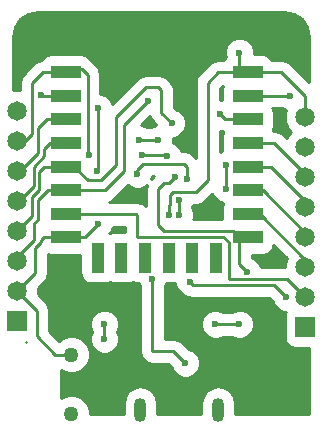
<source format=gbl>
G04 #@! TF.FileFunction,Copper,L2,Bot,Signal*
%FSLAX46Y46*%
G04 Gerber Fmt 4.6, Leading zero omitted, Abs format (unit mm)*
G04 Created by KiCad (PCBNEW 4.0.7) date Thu Oct 12 12:28:44 2017*
%MOMM*%
%LPD*%
G01*
G04 APERTURE LIST*
%ADD10C,0.200000*%
%ADD11C,1.270000*%
%ADD12R,1.651000X1.651000*%
%ADD13C,1.651000*%
%ADD14O,1.016000X2.032000*%
%ADD15R,2.500000X1.100000*%
%ADD16R,1.100000X2.500000*%
%ADD17C,0.600000*%
%ADD18C,0.250000*%
%ADD19C,0.254000*%
G04 APERTURE END LIST*
D10*
D11*
X157480000Y-99019360D03*
X157480000Y-94020640D03*
D12*
X152908000Y-91186000D03*
D13*
X152908000Y-88646000D03*
X152908000Y-86106000D03*
X152908000Y-83566000D03*
X152908000Y-81026000D03*
X152908000Y-78486000D03*
X152908000Y-75946000D03*
X152908000Y-73406000D03*
D12*
X177292000Y-91694000D03*
D13*
X177292000Y-89154000D03*
X177292000Y-86614000D03*
X177292000Y-84074000D03*
X177292000Y-81534000D03*
X177292000Y-78994000D03*
X177292000Y-76454000D03*
X177292000Y-73914000D03*
D14*
X163324540Y-98686620D03*
X169923460Y-98686620D03*
D15*
X172404000Y-70104000D03*
X172404000Y-72104000D03*
X172404000Y-74104000D03*
X172404000Y-76104000D03*
X172404000Y-78104000D03*
X172404000Y-80104000D03*
X172404000Y-82104000D03*
X172404000Y-84104000D03*
X157004000Y-84104000D03*
X157004000Y-82104000D03*
X157004000Y-80104000D03*
X157004000Y-78104000D03*
X157004000Y-76104000D03*
X157004000Y-74104000D03*
X157004000Y-72104000D03*
X157004000Y-70104000D03*
D16*
X169714000Y-85804000D03*
X167714000Y-85804000D03*
X165714000Y-85804000D03*
X163714000Y-85804000D03*
X161714000Y-85804000D03*
X159714000Y-85804000D03*
D17*
X163068000Y-78740000D03*
X167259000Y-79121000D03*
X159766000Y-82931000D03*
X159639000Y-78486000D03*
X159766000Y-73152000D03*
X163957000Y-72517000D03*
X159004000Y-77089000D03*
X154940000Y-72009000D03*
X165989000Y-74422000D03*
X163195000Y-75819000D03*
X164846000Y-75819000D03*
X176022000Y-72136000D03*
X164338000Y-87630000D03*
X167132000Y-94742000D03*
X170053000Y-73660000D03*
X166624000Y-80899000D03*
X166624000Y-82169000D03*
X165608000Y-77216000D03*
X163449000Y-77089000D03*
X167513000Y-87884000D03*
X175641000Y-89154000D03*
X170561000Y-80010000D03*
X170561000Y-77978000D03*
X166243000Y-78994000D03*
X172339000Y-86995000D03*
X169672000Y-91440000D03*
X171704000Y-91440000D03*
X165735000Y-82169000D03*
X160274000Y-91440000D03*
X160274000Y-92710000D03*
X171704000Y-68453000D03*
D18*
X167259000Y-79121000D02*
X167259000Y-78105000D01*
X163068000Y-78359000D02*
X163068000Y-78740000D01*
X163576000Y-77851000D02*
X163068000Y-78359000D01*
X167005000Y-77851000D02*
X163576000Y-77851000D01*
X167259000Y-78105000D02*
X167005000Y-77851000D01*
X157704000Y-84104000D02*
X158593000Y-84104000D01*
X158593000Y-84104000D02*
X159766000Y-82931000D01*
X157480000Y-94020640D02*
X156123640Y-94020640D01*
X154559000Y-90297000D02*
X152908000Y-88646000D01*
X154559000Y-92456000D02*
X154559000Y-90297000D01*
X156123640Y-94020640D02*
X154559000Y-92456000D01*
X159766000Y-78359000D02*
X159766000Y-73152000D01*
X159639000Y-78486000D02*
X159766000Y-78359000D01*
X152908000Y-88646000D02*
X154432000Y-87122000D01*
X154432000Y-87122000D02*
X154432000Y-85471000D01*
X154432000Y-85471000D02*
X154432000Y-84963000D01*
X154432000Y-84963000D02*
X154940000Y-84455000D01*
X154940000Y-84455000D02*
X154940000Y-84328000D01*
X154940000Y-84328000D02*
X155164000Y-84104000D01*
X155164000Y-84104000D02*
X157704000Y-84104000D01*
X157704000Y-80104000D02*
X160307000Y-80104000D01*
X161925000Y-74549000D02*
X163957000Y-72517000D01*
X161925000Y-78486000D02*
X161925000Y-74549000D01*
X160307000Y-80104000D02*
X161925000Y-78486000D01*
X152908000Y-86106000D02*
X152908000Y-85725000D01*
X152908000Y-85725000D02*
X154305699Y-84327301D01*
X154305699Y-84327301D02*
X154305699Y-82930301D01*
X154305699Y-82930301D02*
X154686000Y-82550000D01*
X154686000Y-82550000D02*
X154686000Y-80899000D01*
X154686000Y-80899000D02*
X155481000Y-80104000D01*
X155481000Y-80104000D02*
X157704000Y-80104000D01*
X152908000Y-81026000D02*
X153035000Y-81026000D01*
X153035000Y-81026000D02*
X154305000Y-79756000D01*
X155671000Y-76104000D02*
X157704000Y-76104000D01*
X155194000Y-76581000D02*
X155671000Y-76104000D01*
X155194000Y-77216000D02*
X155194000Y-76581000D01*
X154305000Y-78105000D02*
X155194000Y-77216000D01*
X154305000Y-79756000D02*
X154305000Y-78105000D01*
X152908000Y-81026000D02*
X153416000Y-81026000D01*
X156306000Y-76104000D02*
X157704000Y-76104000D01*
X152908000Y-78486000D02*
X153162000Y-78486000D01*
X153162000Y-78486000D02*
X154686000Y-76962000D01*
X154686000Y-76962000D02*
X154686000Y-74803000D01*
X154686000Y-74803000D02*
X155385000Y-74104000D01*
X155385000Y-74104000D02*
X157704000Y-74104000D01*
X158369000Y-69850000D02*
X157704000Y-70104000D01*
X158877000Y-70358000D02*
X158369000Y-69850000D01*
X158877000Y-76962000D02*
X158877000Y-70358000D01*
X159004000Y-77089000D02*
X158877000Y-76962000D01*
X152908000Y-75946000D02*
X153543000Y-75946000D01*
X153543000Y-75946000D02*
X154178000Y-75311000D01*
X154178000Y-75311000D02*
X154178000Y-70993000D01*
X154178000Y-70993000D02*
X155067000Y-70104000D01*
X155067000Y-70104000D02*
X157704000Y-70104000D01*
X154940000Y-72009000D02*
X155035000Y-72104000D01*
X155035000Y-72104000D02*
X157704000Y-72104000D01*
X157704000Y-82104000D02*
X158304000Y-82104000D01*
X158304000Y-82104000D02*
X162941136Y-82157155D01*
X163068000Y-84074000D02*
X170307000Y-84074000D01*
X162941136Y-82157155D02*
X163068000Y-82169000D01*
X163068000Y-82169000D02*
X163068000Y-84074000D01*
X170307000Y-84074000D02*
X170815000Y-84455000D01*
X170815000Y-84455000D02*
X170815000Y-85217000D01*
X170815000Y-85217000D02*
X170812310Y-87629771D01*
X170812310Y-87629771D02*
X175768000Y-87630000D01*
X175768000Y-87630000D02*
X177292000Y-89154000D01*
X177292000Y-86614000D02*
X177292000Y-85979000D01*
X177292000Y-85979000D02*
X173417000Y-82104000D01*
X173417000Y-82104000D02*
X171704000Y-82104000D01*
X177292000Y-84074000D02*
X177292000Y-83693000D01*
X177292000Y-83693000D02*
X173703000Y-80104000D01*
X173703000Y-80104000D02*
X171704000Y-80104000D01*
X177292000Y-81534000D02*
X177292000Y-81026000D01*
X177292000Y-81026000D02*
X174370000Y-78104000D01*
X174370000Y-78104000D02*
X171704000Y-78104000D01*
X177292000Y-78994000D02*
X177292000Y-78740000D01*
X177292000Y-78740000D02*
X174656000Y-76104000D01*
X174656000Y-76104000D02*
X171704000Y-76104000D01*
X157704000Y-78104000D02*
X157733000Y-78104000D01*
X157733000Y-78104000D02*
X158877000Y-79248000D01*
X165100000Y-73533000D02*
X165989000Y-74422000D01*
X165100000Y-71628000D02*
X165100000Y-73533000D01*
X164846000Y-71374000D02*
X165100000Y-71628000D01*
X163830000Y-71374000D02*
X164846000Y-71374000D01*
X161290000Y-73914000D02*
X163830000Y-71374000D01*
X161290000Y-77978000D02*
X161290000Y-73914000D01*
X160020000Y-79248000D02*
X161290000Y-77978000D01*
X158877000Y-79248000D02*
X160020000Y-79248000D01*
X152908000Y-83566000D02*
X154178000Y-82296000D01*
X155195000Y-78104000D02*
X157704000Y-78104000D01*
X154755002Y-78543998D02*
X155195000Y-78104000D01*
X154755002Y-80067998D02*
X154755002Y-78543998D01*
X154178000Y-80645000D02*
X154755002Y-80067998D01*
X154178000Y-82296000D02*
X154178000Y-80645000D01*
X152908000Y-83566000D02*
X153416000Y-83566000D01*
X164846000Y-75819000D02*
X163195000Y-75819000D01*
X175990000Y-72104000D02*
X171704000Y-72104000D01*
X176022000Y-72136000D02*
X175990000Y-72104000D01*
X164338000Y-93726000D02*
X164338000Y-87630000D01*
X166116000Y-93726000D02*
X164338000Y-93726000D01*
X167132000Y-94742000D02*
X166116000Y-93726000D01*
X171704000Y-74104000D02*
X170497000Y-74104000D01*
X170497000Y-74104000D02*
X170053000Y-73660000D01*
X166624000Y-82169000D02*
X166624000Y-80899000D01*
X165608000Y-77216000D02*
X165481000Y-77089000D01*
X165481000Y-77089000D02*
X163449000Y-77089000D01*
X167767000Y-88138000D02*
X167513000Y-87884000D01*
X174625000Y-88138000D02*
X167767000Y-88138000D01*
X175641000Y-89154000D02*
X174625000Y-88138000D01*
X170561000Y-77978000D02*
X170561000Y-80010000D01*
X165354000Y-83566000D02*
X171166000Y-83566000D01*
X164846000Y-83058000D02*
X165354000Y-83566000D01*
X164846000Y-80010000D02*
X164846000Y-83058000D01*
X165354000Y-79502000D02*
X164846000Y-80010000D01*
X165735000Y-79502000D02*
X165354000Y-79502000D01*
X166243000Y-78994000D02*
X165735000Y-79502000D01*
X171166000Y-83566000D02*
X171704000Y-84104000D01*
X171704000Y-86360000D02*
X171704000Y-84104000D01*
X172339000Y-86995000D02*
X171704000Y-86360000D01*
X171704000Y-91440000D02*
X169672000Y-91440000D01*
X169926000Y-70104000D02*
X171704000Y-70104000D01*
X169037000Y-70993000D02*
X169926000Y-70104000D01*
X169037000Y-79248000D02*
X169037000Y-70993000D01*
X168021000Y-80264000D02*
X169037000Y-79248000D01*
X166116000Y-80264000D02*
X168021000Y-80264000D01*
X165862000Y-80518000D02*
X166116000Y-80264000D01*
X165735000Y-82169000D02*
X165862000Y-80518000D01*
X160274000Y-92710000D02*
X160274000Y-91440000D01*
X171704000Y-70104000D02*
X171704000Y-68453000D01*
X177292000Y-73914000D02*
X177292000Y-72136000D01*
X177292000Y-72136000D02*
X175260000Y-70104000D01*
X175260000Y-70104000D02*
X171704000Y-70104000D01*
D19*
G36*
X155754000Y-85599161D02*
X158218839Y-85599161D01*
X158218839Y-87054000D01*
X158283478Y-87397526D01*
X158486501Y-87713033D01*
X158796279Y-87924696D01*
X159164000Y-87999161D01*
X160264000Y-87999161D01*
X160607526Y-87934522D01*
X160712139Y-87867205D01*
X160796279Y-87924696D01*
X161164000Y-87999161D01*
X162264000Y-87999161D01*
X162607526Y-87934522D01*
X162712139Y-87867205D01*
X162796279Y-87924696D01*
X163162820Y-87998922D01*
X163286000Y-88297040D01*
X163286000Y-93726000D01*
X163366079Y-94128583D01*
X163594124Y-94469876D01*
X163935417Y-94697921D01*
X164338000Y-94778000D01*
X165680248Y-94778000D01*
X165917142Y-95014894D01*
X166091194Y-95436131D01*
X166436053Y-95781593D01*
X166886864Y-95968786D01*
X167374995Y-95969212D01*
X167826131Y-95782806D01*
X168171593Y-95437947D01*
X168358786Y-94987136D01*
X168359212Y-94499005D01*
X168172806Y-94047869D01*
X167827947Y-93702407D01*
X167404207Y-93526455D01*
X166859876Y-92982124D01*
X166518583Y-92754079D01*
X166116000Y-92674000D01*
X165390000Y-92674000D01*
X165390000Y-91682995D01*
X168444788Y-91682995D01*
X168631194Y-92134131D01*
X168976053Y-92479593D01*
X169426864Y-92666786D01*
X169914995Y-92667212D01*
X170339040Y-92492000D01*
X171037932Y-92492000D01*
X171458864Y-92666786D01*
X171946995Y-92667212D01*
X172398131Y-92480806D01*
X172743593Y-92135947D01*
X172930786Y-91685136D01*
X172931212Y-91197005D01*
X172744806Y-90745869D01*
X172399947Y-90400407D01*
X171949136Y-90213214D01*
X171461005Y-90212788D01*
X171036960Y-90388000D01*
X170338068Y-90388000D01*
X169917136Y-90213214D01*
X169429005Y-90212788D01*
X168977869Y-90399194D01*
X168632407Y-90744053D01*
X168445214Y-91194864D01*
X168444788Y-91682995D01*
X165390000Y-91682995D01*
X165390000Y-88296068D01*
X165513286Y-87999161D01*
X166264000Y-87999161D01*
X166285903Y-87995040D01*
X166285788Y-88126995D01*
X166472194Y-88578131D01*
X166817053Y-88923593D01*
X167267864Y-89110786D01*
X167369210Y-89110874D01*
X167767000Y-89190000D01*
X174189248Y-89190000D01*
X174426142Y-89426894D01*
X174600194Y-89848131D01*
X174945053Y-90193593D01*
X175395864Y-90380786D01*
X175677624Y-90381032D01*
X175595804Y-90500779D01*
X175521339Y-90868500D01*
X175521339Y-92519500D01*
X175585978Y-92863026D01*
X175789001Y-93178533D01*
X176098779Y-93390196D01*
X176466500Y-93464661D01*
X177604100Y-93464661D01*
X177604100Y-99056600D01*
X171358460Y-99056600D01*
X171358460Y-98140554D01*
X171249227Y-97591403D01*
X170938158Y-97125856D01*
X170472611Y-96814787D01*
X169923460Y-96705554D01*
X169374309Y-96814787D01*
X168908762Y-97125856D01*
X168597693Y-97591403D01*
X168488460Y-98140554D01*
X168488460Y-99056600D01*
X164759540Y-99056600D01*
X164759540Y-98140554D01*
X164650307Y-97591403D01*
X164339238Y-97125856D01*
X163873691Y-96814787D01*
X163324540Y-96705554D01*
X162775389Y-96814787D01*
X162309842Y-97125856D01*
X161998773Y-97591403D01*
X161889540Y-98140554D01*
X161889540Y-99056600D01*
X159041968Y-99056600D01*
X159042270Y-98710022D01*
X158804971Y-98135714D01*
X158365957Y-97695933D01*
X157792064Y-97457632D01*
X157170662Y-97457090D01*
X156596354Y-97694389D01*
X156558100Y-97732576D01*
X156558100Y-95308061D01*
X156594043Y-95344067D01*
X157167936Y-95582368D01*
X157789338Y-95582910D01*
X158363646Y-95345611D01*
X158803427Y-94906597D01*
X159041728Y-94332704D01*
X159042270Y-93711302D01*
X158804971Y-93136994D01*
X158365957Y-92697213D01*
X157792064Y-92458912D01*
X157170662Y-92458370D01*
X156596354Y-92695669D01*
X156441252Y-92850500D01*
X155611000Y-92020248D01*
X155611000Y-91682995D01*
X159046788Y-91682995D01*
X159208930Y-92075408D01*
X159047214Y-92464864D01*
X159046788Y-92952995D01*
X159233194Y-93404131D01*
X159578053Y-93749593D01*
X160028864Y-93936786D01*
X160516995Y-93937212D01*
X160968131Y-93750806D01*
X161313593Y-93405947D01*
X161500786Y-92955136D01*
X161501212Y-92467005D01*
X161339070Y-92074592D01*
X161500786Y-91685136D01*
X161501212Y-91197005D01*
X161314806Y-90745869D01*
X160969947Y-90400407D01*
X160519136Y-90213214D01*
X160031005Y-90212788D01*
X159579869Y-90399194D01*
X159234407Y-90744053D01*
X159047214Y-91194864D01*
X159046788Y-91682995D01*
X155611000Y-91682995D01*
X155611000Y-90297000D01*
X155530921Y-89894417D01*
X155399679Y-89698000D01*
X155302877Y-89553124D01*
X154660271Y-88910518D01*
X154660732Y-88381020D01*
X155175876Y-87865877D01*
X155403921Y-87524583D01*
X155412507Y-87481417D01*
X155484000Y-87122000D01*
X155484000Y-85544485D01*
X155754000Y-85599161D01*
X155754000Y-85599161D01*
G37*
X155754000Y-85599161D02*
X158218839Y-85599161D01*
X158218839Y-87054000D01*
X158283478Y-87397526D01*
X158486501Y-87713033D01*
X158796279Y-87924696D01*
X159164000Y-87999161D01*
X160264000Y-87999161D01*
X160607526Y-87934522D01*
X160712139Y-87867205D01*
X160796279Y-87924696D01*
X161164000Y-87999161D01*
X162264000Y-87999161D01*
X162607526Y-87934522D01*
X162712139Y-87867205D01*
X162796279Y-87924696D01*
X163162820Y-87998922D01*
X163286000Y-88297040D01*
X163286000Y-93726000D01*
X163366079Y-94128583D01*
X163594124Y-94469876D01*
X163935417Y-94697921D01*
X164338000Y-94778000D01*
X165680248Y-94778000D01*
X165917142Y-95014894D01*
X166091194Y-95436131D01*
X166436053Y-95781593D01*
X166886864Y-95968786D01*
X167374995Y-95969212D01*
X167826131Y-95782806D01*
X168171593Y-95437947D01*
X168358786Y-94987136D01*
X168359212Y-94499005D01*
X168172806Y-94047869D01*
X167827947Y-93702407D01*
X167404207Y-93526455D01*
X166859876Y-92982124D01*
X166518583Y-92754079D01*
X166116000Y-92674000D01*
X165390000Y-92674000D01*
X165390000Y-91682995D01*
X168444788Y-91682995D01*
X168631194Y-92134131D01*
X168976053Y-92479593D01*
X169426864Y-92666786D01*
X169914995Y-92667212D01*
X170339040Y-92492000D01*
X171037932Y-92492000D01*
X171458864Y-92666786D01*
X171946995Y-92667212D01*
X172398131Y-92480806D01*
X172743593Y-92135947D01*
X172930786Y-91685136D01*
X172931212Y-91197005D01*
X172744806Y-90745869D01*
X172399947Y-90400407D01*
X171949136Y-90213214D01*
X171461005Y-90212788D01*
X171036960Y-90388000D01*
X170338068Y-90388000D01*
X169917136Y-90213214D01*
X169429005Y-90212788D01*
X168977869Y-90399194D01*
X168632407Y-90744053D01*
X168445214Y-91194864D01*
X168444788Y-91682995D01*
X165390000Y-91682995D01*
X165390000Y-88296068D01*
X165513286Y-87999161D01*
X166264000Y-87999161D01*
X166285903Y-87995040D01*
X166285788Y-88126995D01*
X166472194Y-88578131D01*
X166817053Y-88923593D01*
X167267864Y-89110786D01*
X167369210Y-89110874D01*
X167767000Y-89190000D01*
X174189248Y-89190000D01*
X174426142Y-89426894D01*
X174600194Y-89848131D01*
X174945053Y-90193593D01*
X175395864Y-90380786D01*
X175677624Y-90381032D01*
X175595804Y-90500779D01*
X175521339Y-90868500D01*
X175521339Y-92519500D01*
X175585978Y-92863026D01*
X175789001Y-93178533D01*
X176098779Y-93390196D01*
X176466500Y-93464661D01*
X177604100Y-93464661D01*
X177604100Y-99056600D01*
X171358460Y-99056600D01*
X171358460Y-98140554D01*
X171249227Y-97591403D01*
X170938158Y-97125856D01*
X170472611Y-96814787D01*
X169923460Y-96705554D01*
X169374309Y-96814787D01*
X168908762Y-97125856D01*
X168597693Y-97591403D01*
X168488460Y-98140554D01*
X168488460Y-99056600D01*
X164759540Y-99056600D01*
X164759540Y-98140554D01*
X164650307Y-97591403D01*
X164339238Y-97125856D01*
X163873691Y-96814787D01*
X163324540Y-96705554D01*
X162775389Y-96814787D01*
X162309842Y-97125856D01*
X161998773Y-97591403D01*
X161889540Y-98140554D01*
X161889540Y-99056600D01*
X159041968Y-99056600D01*
X159042270Y-98710022D01*
X158804971Y-98135714D01*
X158365957Y-97695933D01*
X157792064Y-97457632D01*
X157170662Y-97457090D01*
X156596354Y-97694389D01*
X156558100Y-97732576D01*
X156558100Y-95308061D01*
X156594043Y-95344067D01*
X157167936Y-95582368D01*
X157789338Y-95582910D01*
X158363646Y-95345611D01*
X158803427Y-94906597D01*
X159041728Y-94332704D01*
X159042270Y-93711302D01*
X158804971Y-93136994D01*
X158365957Y-92697213D01*
X157792064Y-92458912D01*
X157170662Y-92458370D01*
X156596354Y-92695669D01*
X156441252Y-92850500D01*
X155611000Y-92020248D01*
X155611000Y-91682995D01*
X159046788Y-91682995D01*
X159208930Y-92075408D01*
X159047214Y-92464864D01*
X159046788Y-92952995D01*
X159233194Y-93404131D01*
X159578053Y-93749593D01*
X160028864Y-93936786D01*
X160516995Y-93937212D01*
X160968131Y-93750806D01*
X161313593Y-93405947D01*
X161500786Y-92955136D01*
X161501212Y-92467005D01*
X161339070Y-92074592D01*
X161500786Y-91685136D01*
X161501212Y-91197005D01*
X161314806Y-90745869D01*
X160969947Y-90400407D01*
X160519136Y-90213214D01*
X160031005Y-90212788D01*
X159579869Y-90399194D01*
X159234407Y-90744053D01*
X159047214Y-91194864D01*
X159046788Y-91682995D01*
X155611000Y-91682995D01*
X155611000Y-90297000D01*
X155530921Y-89894417D01*
X155399679Y-89698000D01*
X155302877Y-89553124D01*
X154660271Y-88910518D01*
X154660732Y-88381020D01*
X155175876Y-87865877D01*
X155403921Y-87524583D01*
X155412507Y-87481417D01*
X155484000Y-87122000D01*
X155484000Y-85544485D01*
X155754000Y-85599161D01*
G36*
X153673059Y-92987260D02*
X153611860Y-92956661D01*
X153652613Y-92956661D01*
X153673059Y-92987260D01*
X153673059Y-92987260D01*
G37*
X153673059Y-92987260D02*
X153611860Y-92956661D01*
X153652613Y-92956661D01*
X153673059Y-92987260D01*
G36*
X175700977Y-85875730D02*
X175539804Y-86263877D01*
X175539530Y-86577989D01*
X173494271Y-86577895D01*
X173379806Y-86300869D01*
X173034947Y-85955407D01*
X172756000Y-85839578D01*
X172756000Y-85599161D01*
X173654000Y-85599161D01*
X173997526Y-85534522D01*
X174313033Y-85331499D01*
X174524696Y-85021721D01*
X174578967Y-84753720D01*
X175700977Y-85875730D01*
X175700977Y-85875730D01*
G37*
X175700977Y-85875730D02*
X175539804Y-86263877D01*
X175539530Y-86577989D01*
X173494271Y-86577895D01*
X173379806Y-86300869D01*
X173034947Y-85955407D01*
X172756000Y-85839578D01*
X172756000Y-85599161D01*
X173654000Y-85599161D01*
X173997526Y-85534522D01*
X174313033Y-85331499D01*
X174524696Y-85021721D01*
X174578967Y-84753720D01*
X175700977Y-85875730D01*
G36*
X162016000Y-83198619D02*
X162016000Y-83608839D01*
X161164000Y-83608839D01*
X160820474Y-83673478D01*
X160715861Y-83740795D01*
X160701426Y-83730932D01*
X160805593Y-83626947D01*
X160988342Y-83186840D01*
X162016000Y-83198619D01*
X162016000Y-83198619D01*
G37*
X162016000Y-83198619D02*
X162016000Y-83608839D01*
X161164000Y-83608839D01*
X160820474Y-83673478D01*
X160715861Y-83740795D01*
X160701426Y-83730932D01*
X160805593Y-83626947D01*
X160988342Y-83186840D01*
X162016000Y-83198619D01*
G36*
X169520194Y-80704131D02*
X169865053Y-81049593D01*
X170276395Y-81220397D01*
X170208839Y-81554000D01*
X170208839Y-82514000D01*
X167809319Y-82514000D01*
X167850786Y-82414136D01*
X167851212Y-81926005D01*
X167689070Y-81533592D01*
X167779422Y-81316000D01*
X168021000Y-81316000D01*
X168423583Y-81235921D01*
X168764876Y-81007876D01*
X169388162Y-80384590D01*
X169520194Y-80704131D01*
X169520194Y-80704131D01*
G37*
X169520194Y-80704131D02*
X169865053Y-81049593D01*
X170276395Y-81220397D01*
X170208839Y-81554000D01*
X170208839Y-82514000D01*
X167809319Y-82514000D01*
X167850786Y-82414136D01*
X167851212Y-81926005D01*
X167689070Y-81533592D01*
X167779422Y-81316000D01*
X168021000Y-81316000D01*
X168423583Y-81235921D01*
X168764876Y-81007876D01*
X169388162Y-80384590D01*
X169520194Y-80704131D01*
G36*
X162372053Y-79779593D02*
X162822864Y-79966786D01*
X163310995Y-79967212D01*
X163762131Y-79780806D01*
X163858781Y-79684325D01*
X163794000Y-80010000D01*
X163794000Y-81413180D01*
X163681195Y-81337805D01*
X163559193Y-81238713D01*
X163511745Y-81224582D01*
X163470583Y-81197079D01*
X163316432Y-81166416D01*
X163165798Y-81121556D01*
X163038933Y-81109711D01*
X162995714Y-81114189D01*
X162953195Y-81105224D01*
X160692543Y-81079310D01*
X160709583Y-81075921D01*
X161050876Y-80847876D01*
X162245717Y-79653036D01*
X162372053Y-79779593D01*
X162372053Y-79779593D01*
G37*
X162372053Y-79779593D02*
X162822864Y-79966786D01*
X163310995Y-79967212D01*
X163762131Y-79780806D01*
X163858781Y-79684325D01*
X163794000Y-80010000D01*
X163794000Y-81413180D01*
X163681195Y-81337805D01*
X163559193Y-81238713D01*
X163511745Y-81224582D01*
X163470583Y-81197079D01*
X163316432Y-81166416D01*
X163165798Y-81121556D01*
X163038933Y-81109711D01*
X162995714Y-81114189D01*
X162953195Y-81105224D01*
X160692543Y-81079310D01*
X160709583Y-81075921D01*
X161050876Y-80847876D01*
X162245717Y-79653036D01*
X162372053Y-79779593D01*
G36*
X164232067Y-79136181D02*
X164294786Y-78985136D01*
X164294858Y-78903000D01*
X164465247Y-78903000D01*
X164232067Y-79136181D01*
X164232067Y-79136181D01*
G37*
X164232067Y-79136181D02*
X164294786Y-78985136D01*
X164294858Y-78903000D01*
X164465247Y-78903000D01*
X164232067Y-79136181D01*
G36*
X176347945Y-65182299D02*
X176998055Y-65616710D01*
X177432444Y-66266853D01*
X177604100Y-67129826D01*
X177604100Y-70960348D01*
X176003876Y-69360124D01*
X175662583Y-69132079D01*
X175260000Y-69052000D01*
X174432547Y-69052000D01*
X174331499Y-68894967D01*
X174021721Y-68683304D01*
X173654000Y-68608839D01*
X172930864Y-68608839D01*
X172931212Y-68210005D01*
X172744806Y-67758869D01*
X172399947Y-67413407D01*
X171949136Y-67226214D01*
X171461005Y-67225788D01*
X171009869Y-67412194D01*
X170664407Y-67757053D01*
X170477214Y-68207864D01*
X170476788Y-68695995D01*
X170539525Y-68847829D01*
X170494967Y-68876501D01*
X170375053Y-69052000D01*
X169926000Y-69052000D01*
X169523417Y-69132079D01*
X169182124Y-69360124D01*
X168293124Y-70249124D01*
X168065079Y-70590417D01*
X167985000Y-70993000D01*
X167985000Y-77343247D01*
X167748876Y-77107124D01*
X167407583Y-76879079D01*
X167005000Y-76799000D01*
X166763314Y-76799000D01*
X166648806Y-76521869D01*
X166303947Y-76176407D01*
X166067018Y-76078026D01*
X166072786Y-76064136D01*
X166073148Y-75649073D01*
X166231995Y-75649212D01*
X166683131Y-75462806D01*
X167028593Y-75117947D01*
X167215786Y-74667136D01*
X167216212Y-74179005D01*
X167029806Y-73727869D01*
X166684947Y-73382407D01*
X166261207Y-73206455D01*
X166152000Y-73097248D01*
X166152000Y-71628000D01*
X166071921Y-71225417D01*
X166025538Y-71156000D01*
X165843876Y-70884123D01*
X165589876Y-70630124D01*
X165248583Y-70402079D01*
X164846000Y-70322000D01*
X163830000Y-70322000D01*
X163427417Y-70402079D01*
X163086123Y-70630124D01*
X160938838Y-72777410D01*
X160806806Y-72457869D01*
X160461947Y-72112407D01*
X160011136Y-71925214D01*
X159929000Y-71925142D01*
X159929000Y-70358000D01*
X159848921Y-69955417D01*
X159778484Y-69850000D01*
X159620876Y-69614123D01*
X159112876Y-69106124D01*
X159033055Y-69052789D01*
X158931499Y-68894967D01*
X158621721Y-68683304D01*
X158254000Y-68608839D01*
X155754000Y-68608839D01*
X155410474Y-68673478D01*
X155094967Y-68876501D01*
X154960591Y-69073166D01*
X154664417Y-69132079D01*
X154323124Y-69360124D01*
X153434124Y-70249124D01*
X153206079Y-70590417D01*
X153126000Y-70993000D01*
X153126000Y-71653689D01*
X152560935Y-71653196D01*
X152558100Y-71654367D01*
X152558100Y-67129837D01*
X152729799Y-66266755D01*
X153164210Y-65616645D01*
X153814353Y-65182256D01*
X154677326Y-65010600D01*
X175484863Y-65010600D01*
X176347945Y-65182299D01*
X176347945Y-65182299D01*
G37*
X176347945Y-65182299D02*
X176998055Y-65616710D01*
X177432444Y-66266853D01*
X177604100Y-67129826D01*
X177604100Y-70960348D01*
X176003876Y-69360124D01*
X175662583Y-69132079D01*
X175260000Y-69052000D01*
X174432547Y-69052000D01*
X174331499Y-68894967D01*
X174021721Y-68683304D01*
X173654000Y-68608839D01*
X172930864Y-68608839D01*
X172931212Y-68210005D01*
X172744806Y-67758869D01*
X172399947Y-67413407D01*
X171949136Y-67226214D01*
X171461005Y-67225788D01*
X171009869Y-67412194D01*
X170664407Y-67757053D01*
X170477214Y-68207864D01*
X170476788Y-68695995D01*
X170539525Y-68847829D01*
X170494967Y-68876501D01*
X170375053Y-69052000D01*
X169926000Y-69052000D01*
X169523417Y-69132079D01*
X169182124Y-69360124D01*
X168293124Y-70249124D01*
X168065079Y-70590417D01*
X167985000Y-70993000D01*
X167985000Y-77343247D01*
X167748876Y-77107124D01*
X167407583Y-76879079D01*
X167005000Y-76799000D01*
X166763314Y-76799000D01*
X166648806Y-76521869D01*
X166303947Y-76176407D01*
X166067018Y-76078026D01*
X166072786Y-76064136D01*
X166073148Y-75649073D01*
X166231995Y-75649212D01*
X166683131Y-75462806D01*
X167028593Y-75117947D01*
X167215786Y-74667136D01*
X167216212Y-74179005D01*
X167029806Y-73727869D01*
X166684947Y-73382407D01*
X166261207Y-73206455D01*
X166152000Y-73097248D01*
X166152000Y-71628000D01*
X166071921Y-71225417D01*
X166025538Y-71156000D01*
X165843876Y-70884123D01*
X165589876Y-70630124D01*
X165248583Y-70402079D01*
X164846000Y-70322000D01*
X163830000Y-70322000D01*
X163427417Y-70402079D01*
X163086123Y-70630124D01*
X160938838Y-72777410D01*
X160806806Y-72457869D01*
X160461947Y-72112407D01*
X160011136Y-71925214D01*
X159929000Y-71925142D01*
X159929000Y-70358000D01*
X159848921Y-69955417D01*
X159778484Y-69850000D01*
X159620876Y-69614123D01*
X159112876Y-69106124D01*
X159033055Y-69052789D01*
X158931499Y-68894967D01*
X158621721Y-68683304D01*
X158254000Y-68608839D01*
X155754000Y-68608839D01*
X155410474Y-68673478D01*
X155094967Y-68876501D01*
X154960591Y-69073166D01*
X154664417Y-69132079D01*
X154323124Y-69360124D01*
X153434124Y-70249124D01*
X153206079Y-70590417D01*
X153126000Y-70993000D01*
X153126000Y-71653689D01*
X152560935Y-71653196D01*
X152558100Y-71654367D01*
X152558100Y-67129837D01*
X152729799Y-66266755D01*
X153164210Y-65616645D01*
X153814353Y-65182256D01*
X154677326Y-65010600D01*
X175484863Y-65010600D01*
X176347945Y-65182299D01*
G36*
X170094417Y-75075921D02*
X170327086Y-75122202D01*
X170283304Y-75186279D01*
X170208839Y-75554000D01*
X170208839Y-76654000D01*
X170233612Y-76785658D01*
X170089000Y-76845411D01*
X170089000Y-75072301D01*
X170094417Y-75075921D01*
X170094417Y-75075921D01*
G37*
X170094417Y-75075921D02*
X170327086Y-75122202D01*
X170283304Y-75186279D01*
X170208839Y-75554000D01*
X170208839Y-76654000D01*
X170233612Y-76785658D01*
X170089000Y-76845411D01*
X170089000Y-75072301D01*
X170094417Y-75075921D01*
G36*
X175326053Y-73175593D02*
X175645888Y-73308400D01*
X175539804Y-73563877D01*
X175539196Y-74261065D01*
X175805436Y-74905415D01*
X176083589Y-75184054D01*
X175807169Y-75459992D01*
X175716969Y-75677217D01*
X175399876Y-75360124D01*
X175058583Y-75132079D01*
X174656000Y-75052000D01*
X174504007Y-75052000D01*
X174524696Y-75021721D01*
X174599161Y-74654000D01*
X174599161Y-73554000D01*
X174534522Y-73210474D01*
X174499469Y-73156000D01*
X175306494Y-73156000D01*
X175326053Y-73175593D01*
X175326053Y-73175593D01*
G37*
X175326053Y-73175593D02*
X175645888Y-73308400D01*
X175539804Y-73563877D01*
X175539196Y-74261065D01*
X175805436Y-74905415D01*
X176083589Y-75184054D01*
X175807169Y-75459992D01*
X175716969Y-75677217D01*
X175399876Y-75360124D01*
X175058583Y-75132079D01*
X174656000Y-75052000D01*
X174504007Y-75052000D01*
X174524696Y-75021721D01*
X174599161Y-74654000D01*
X174599161Y-73554000D01*
X174534522Y-73210474D01*
X174499469Y-73156000D01*
X175306494Y-73156000D01*
X175326053Y-73175593D01*
G36*
X164128079Y-73935583D02*
X164356124Y-74276876D01*
X164671095Y-74591847D01*
X164603005Y-74591788D01*
X164178960Y-74767000D01*
X163861068Y-74767000D01*
X163440136Y-74592214D01*
X163369600Y-74592152D01*
X164111171Y-73850581D01*
X164128079Y-73935583D01*
X164128079Y-73935583D01*
G37*
X164128079Y-73935583D02*
X164356124Y-74276876D01*
X164671095Y-74591847D01*
X164603005Y-74591788D01*
X164178960Y-74767000D01*
X163861068Y-74767000D01*
X163440136Y-74592214D01*
X163369600Y-74592152D01*
X164111171Y-73850581D01*
X164128079Y-73935583D01*
G36*
X170208839Y-71554000D02*
X170208839Y-72433136D01*
X170089000Y-72433031D01*
X170089000Y-71428752D01*
X170271073Y-71246679D01*
X170208839Y-71554000D01*
X170208839Y-71554000D01*
G37*
X170208839Y-71554000D02*
X170208839Y-72433136D01*
X170089000Y-72433031D01*
X170089000Y-71428752D01*
X170271073Y-71246679D01*
X170208839Y-71554000D01*
M02*

</source>
